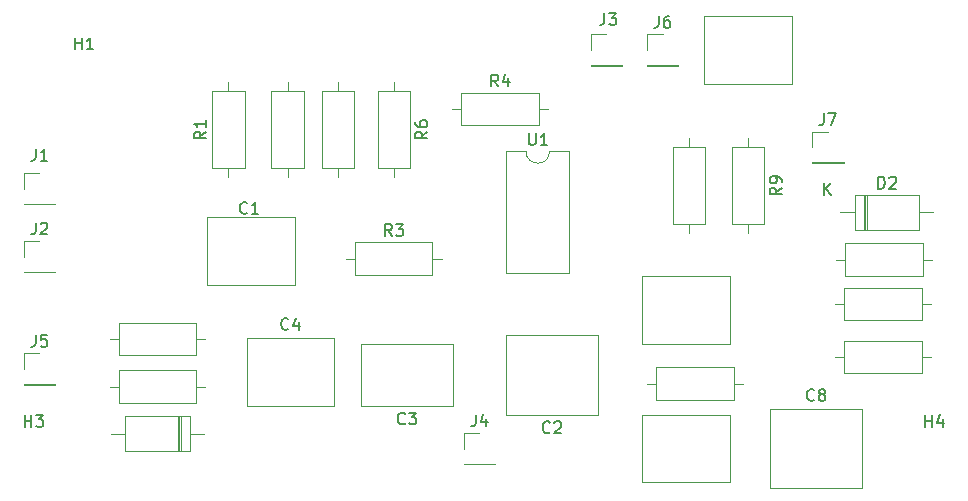
<source format=gbr>
%TF.GenerationSoftware,KiCad,Pcbnew,8.0.6*%
%TF.CreationDate,2025-02-10T12:59:46-08:00*%
%TF.ProjectId,LPF-v2,4c50462d-7632-42e6-9b69-6361645f7063,rev?*%
%TF.SameCoordinates,Original*%
%TF.FileFunction,Legend,Top*%
%TF.FilePolarity,Positive*%
%FSLAX46Y46*%
G04 Gerber Fmt 4.6, Leading zero omitted, Abs format (unit mm)*
G04 Created by KiCad (PCBNEW 8.0.6) date 2025-02-10 12:59:46*
%MOMM*%
%LPD*%
G01*
G04 APERTURE LIST*
%ADD10C,0.150000*%
%ADD11C,0.120000*%
G04 APERTURE END LIST*
D10*
X141583333Y-112359580D02*
X141535714Y-112407200D01*
X141535714Y-112407200D02*
X141392857Y-112454819D01*
X141392857Y-112454819D02*
X141297619Y-112454819D01*
X141297619Y-112454819D02*
X141154762Y-112407200D01*
X141154762Y-112407200D02*
X141059524Y-112311961D01*
X141059524Y-112311961D02*
X141011905Y-112216723D01*
X141011905Y-112216723D02*
X140964286Y-112026247D01*
X140964286Y-112026247D02*
X140964286Y-111883390D01*
X140964286Y-111883390D02*
X141011905Y-111692914D01*
X141011905Y-111692914D02*
X141059524Y-111597676D01*
X141059524Y-111597676D02*
X141154762Y-111502438D01*
X141154762Y-111502438D02*
X141297619Y-111454819D01*
X141297619Y-111454819D02*
X141392857Y-111454819D01*
X141392857Y-111454819D02*
X141535714Y-111502438D01*
X141535714Y-111502438D02*
X141583333Y-111550057D01*
X142154762Y-111883390D02*
X142059524Y-111835771D01*
X142059524Y-111835771D02*
X142011905Y-111788152D01*
X142011905Y-111788152D02*
X141964286Y-111692914D01*
X141964286Y-111692914D02*
X141964286Y-111645295D01*
X141964286Y-111645295D02*
X142011905Y-111550057D01*
X142011905Y-111550057D02*
X142059524Y-111502438D01*
X142059524Y-111502438D02*
X142154762Y-111454819D01*
X142154762Y-111454819D02*
X142345238Y-111454819D01*
X142345238Y-111454819D02*
X142440476Y-111502438D01*
X142440476Y-111502438D02*
X142488095Y-111550057D01*
X142488095Y-111550057D02*
X142535714Y-111645295D01*
X142535714Y-111645295D02*
X142535714Y-111692914D01*
X142535714Y-111692914D02*
X142488095Y-111788152D01*
X142488095Y-111788152D02*
X142440476Y-111835771D01*
X142440476Y-111835771D02*
X142345238Y-111883390D01*
X142345238Y-111883390D02*
X142154762Y-111883390D01*
X142154762Y-111883390D02*
X142059524Y-111931009D01*
X142059524Y-111931009D02*
X142011905Y-111978628D01*
X142011905Y-111978628D02*
X141964286Y-112073866D01*
X141964286Y-112073866D02*
X141964286Y-112264342D01*
X141964286Y-112264342D02*
X142011905Y-112359580D01*
X142011905Y-112359580D02*
X142059524Y-112407200D01*
X142059524Y-112407200D02*
X142154762Y-112454819D01*
X142154762Y-112454819D02*
X142345238Y-112454819D01*
X142345238Y-112454819D02*
X142440476Y-112407200D01*
X142440476Y-112407200D02*
X142488095Y-112359580D01*
X142488095Y-112359580D02*
X142535714Y-112264342D01*
X142535714Y-112264342D02*
X142535714Y-112073866D01*
X142535714Y-112073866D02*
X142488095Y-111978628D01*
X142488095Y-111978628D02*
X142440476Y-111931009D01*
X142440476Y-111931009D02*
X142345238Y-111883390D01*
X106963333Y-114359580D02*
X106915714Y-114407200D01*
X106915714Y-114407200D02*
X106772857Y-114454819D01*
X106772857Y-114454819D02*
X106677619Y-114454819D01*
X106677619Y-114454819D02*
X106534762Y-114407200D01*
X106534762Y-114407200D02*
X106439524Y-114311961D01*
X106439524Y-114311961D02*
X106391905Y-114216723D01*
X106391905Y-114216723D02*
X106344286Y-114026247D01*
X106344286Y-114026247D02*
X106344286Y-113883390D01*
X106344286Y-113883390D02*
X106391905Y-113692914D01*
X106391905Y-113692914D02*
X106439524Y-113597676D01*
X106439524Y-113597676D02*
X106534762Y-113502438D01*
X106534762Y-113502438D02*
X106677619Y-113454819D01*
X106677619Y-113454819D02*
X106772857Y-113454819D01*
X106772857Y-113454819D02*
X106915714Y-113502438D01*
X106915714Y-113502438D02*
X106963333Y-113550057D01*
X107296667Y-113454819D02*
X107915714Y-113454819D01*
X107915714Y-113454819D02*
X107582381Y-113835771D01*
X107582381Y-113835771D02*
X107725238Y-113835771D01*
X107725238Y-113835771D02*
X107820476Y-113883390D01*
X107820476Y-113883390D02*
X107868095Y-113931009D01*
X107868095Y-113931009D02*
X107915714Y-114026247D01*
X107915714Y-114026247D02*
X107915714Y-114264342D01*
X107915714Y-114264342D02*
X107868095Y-114359580D01*
X107868095Y-114359580D02*
X107820476Y-114407200D01*
X107820476Y-114407200D02*
X107725238Y-114454819D01*
X107725238Y-114454819D02*
X107439524Y-114454819D01*
X107439524Y-114454819D02*
X107344286Y-114407200D01*
X107344286Y-114407200D02*
X107296667Y-114359580D01*
X142416666Y-88124819D02*
X142416666Y-88839104D01*
X142416666Y-88839104D02*
X142369047Y-88981961D01*
X142369047Y-88981961D02*
X142273809Y-89077200D01*
X142273809Y-89077200D02*
X142130952Y-89124819D01*
X142130952Y-89124819D02*
X142035714Y-89124819D01*
X142797619Y-88124819D02*
X143464285Y-88124819D01*
X143464285Y-88124819D02*
X143035714Y-89124819D01*
X147011905Y-94484819D02*
X147011905Y-93484819D01*
X147011905Y-93484819D02*
X147250000Y-93484819D01*
X147250000Y-93484819D02*
X147392857Y-93532438D01*
X147392857Y-93532438D02*
X147488095Y-93627676D01*
X147488095Y-93627676D02*
X147535714Y-93722914D01*
X147535714Y-93722914D02*
X147583333Y-93913390D01*
X147583333Y-93913390D02*
X147583333Y-94056247D01*
X147583333Y-94056247D02*
X147535714Y-94246723D01*
X147535714Y-94246723D02*
X147488095Y-94341961D01*
X147488095Y-94341961D02*
X147392857Y-94437200D01*
X147392857Y-94437200D02*
X147250000Y-94484819D01*
X147250000Y-94484819D02*
X147011905Y-94484819D01*
X147964286Y-93580057D02*
X148011905Y-93532438D01*
X148011905Y-93532438D02*
X148107143Y-93484819D01*
X148107143Y-93484819D02*
X148345238Y-93484819D01*
X148345238Y-93484819D02*
X148440476Y-93532438D01*
X148440476Y-93532438D02*
X148488095Y-93580057D01*
X148488095Y-93580057D02*
X148535714Y-93675295D01*
X148535714Y-93675295D02*
X148535714Y-93770533D01*
X148535714Y-93770533D02*
X148488095Y-93913390D01*
X148488095Y-93913390D02*
X147916667Y-94484819D01*
X147916667Y-94484819D02*
X148535714Y-94484819D01*
X142408095Y-95054819D02*
X142408095Y-94054819D01*
X142979523Y-95054819D02*
X142550952Y-94483390D01*
X142979523Y-94054819D02*
X142408095Y-94626247D01*
X123836666Y-79624819D02*
X123836666Y-80339104D01*
X123836666Y-80339104D02*
X123789047Y-80481961D01*
X123789047Y-80481961D02*
X123693809Y-80577200D01*
X123693809Y-80577200D02*
X123550952Y-80624819D01*
X123550952Y-80624819D02*
X123455714Y-80624819D01*
X124217619Y-79624819D02*
X124836666Y-79624819D01*
X124836666Y-79624819D02*
X124503333Y-80005771D01*
X124503333Y-80005771D02*
X124646190Y-80005771D01*
X124646190Y-80005771D02*
X124741428Y-80053390D01*
X124741428Y-80053390D02*
X124789047Y-80101009D01*
X124789047Y-80101009D02*
X124836666Y-80196247D01*
X124836666Y-80196247D02*
X124836666Y-80434342D01*
X124836666Y-80434342D02*
X124789047Y-80529580D01*
X124789047Y-80529580D02*
X124741428Y-80577200D01*
X124741428Y-80577200D02*
X124646190Y-80624819D01*
X124646190Y-80624819D02*
X124360476Y-80624819D01*
X124360476Y-80624819D02*
X124265238Y-80577200D01*
X124265238Y-80577200D02*
X124217619Y-80529580D01*
X93583333Y-96529580D02*
X93535714Y-96577200D01*
X93535714Y-96577200D02*
X93392857Y-96624819D01*
X93392857Y-96624819D02*
X93297619Y-96624819D01*
X93297619Y-96624819D02*
X93154762Y-96577200D01*
X93154762Y-96577200D02*
X93059524Y-96481961D01*
X93059524Y-96481961D02*
X93011905Y-96386723D01*
X93011905Y-96386723D02*
X92964286Y-96196247D01*
X92964286Y-96196247D02*
X92964286Y-96053390D01*
X92964286Y-96053390D02*
X93011905Y-95862914D01*
X93011905Y-95862914D02*
X93059524Y-95767676D01*
X93059524Y-95767676D02*
X93154762Y-95672438D01*
X93154762Y-95672438D02*
X93297619Y-95624819D01*
X93297619Y-95624819D02*
X93392857Y-95624819D01*
X93392857Y-95624819D02*
X93535714Y-95672438D01*
X93535714Y-95672438D02*
X93583333Y-95720057D01*
X94535714Y-96624819D02*
X93964286Y-96624819D01*
X94250000Y-96624819D02*
X94250000Y-95624819D01*
X94250000Y-95624819D02*
X94154762Y-95767676D01*
X94154762Y-95767676D02*
X94059524Y-95862914D01*
X94059524Y-95862914D02*
X93964286Y-95910533D01*
X78988095Y-82704819D02*
X78988095Y-81704819D01*
X78988095Y-82181009D02*
X79559523Y-82181009D01*
X79559523Y-82704819D02*
X79559523Y-81704819D01*
X80559523Y-82704819D02*
X79988095Y-82704819D01*
X80273809Y-82704819D02*
X80273809Y-81704819D01*
X80273809Y-81704819D02*
X80178571Y-81847676D01*
X80178571Y-81847676D02*
X80083333Y-81942914D01*
X80083333Y-81942914D02*
X79988095Y-81990533D01*
X90084819Y-89666666D02*
X89608628Y-89999999D01*
X90084819Y-90238094D02*
X89084819Y-90238094D01*
X89084819Y-90238094D02*
X89084819Y-89857142D01*
X89084819Y-89857142D02*
X89132438Y-89761904D01*
X89132438Y-89761904D02*
X89180057Y-89714285D01*
X89180057Y-89714285D02*
X89275295Y-89666666D01*
X89275295Y-89666666D02*
X89418152Y-89666666D01*
X89418152Y-89666666D02*
X89513390Y-89714285D01*
X89513390Y-89714285D02*
X89561009Y-89761904D01*
X89561009Y-89761904D02*
X89608628Y-89857142D01*
X89608628Y-89857142D02*
X89608628Y-90238094D01*
X90084819Y-88714285D02*
X90084819Y-89285713D01*
X90084819Y-88999999D02*
X89084819Y-88999999D01*
X89084819Y-88999999D02*
X89227676Y-89095237D01*
X89227676Y-89095237D02*
X89322914Y-89190475D01*
X89322914Y-89190475D02*
X89370533Y-89285713D01*
X108824819Y-89666666D02*
X108348628Y-89999999D01*
X108824819Y-90238094D02*
X107824819Y-90238094D01*
X107824819Y-90238094D02*
X107824819Y-89857142D01*
X107824819Y-89857142D02*
X107872438Y-89761904D01*
X107872438Y-89761904D02*
X107920057Y-89714285D01*
X107920057Y-89714285D02*
X108015295Y-89666666D01*
X108015295Y-89666666D02*
X108158152Y-89666666D01*
X108158152Y-89666666D02*
X108253390Y-89714285D01*
X108253390Y-89714285D02*
X108301009Y-89761904D01*
X108301009Y-89761904D02*
X108348628Y-89857142D01*
X108348628Y-89857142D02*
X108348628Y-90238094D01*
X107824819Y-88809523D02*
X107824819Y-88999999D01*
X107824819Y-88999999D02*
X107872438Y-89095237D01*
X107872438Y-89095237D02*
X107920057Y-89142856D01*
X107920057Y-89142856D02*
X108062914Y-89238094D01*
X108062914Y-89238094D02*
X108253390Y-89285713D01*
X108253390Y-89285713D02*
X108634342Y-89285713D01*
X108634342Y-89285713D02*
X108729580Y-89238094D01*
X108729580Y-89238094D02*
X108777200Y-89190475D01*
X108777200Y-89190475D02*
X108824819Y-89095237D01*
X108824819Y-89095237D02*
X108824819Y-88904761D01*
X108824819Y-88904761D02*
X108777200Y-88809523D01*
X108777200Y-88809523D02*
X108729580Y-88761904D01*
X108729580Y-88761904D02*
X108634342Y-88714285D01*
X108634342Y-88714285D02*
X108396247Y-88714285D01*
X108396247Y-88714285D02*
X108301009Y-88761904D01*
X108301009Y-88761904D02*
X108253390Y-88809523D01*
X108253390Y-88809523D02*
X108205771Y-88904761D01*
X108205771Y-88904761D02*
X108205771Y-89095237D01*
X108205771Y-89095237D02*
X108253390Y-89190475D01*
X108253390Y-89190475D02*
X108301009Y-89238094D01*
X108301009Y-89238094D02*
X108396247Y-89285713D01*
X74738095Y-114654819D02*
X74738095Y-113654819D01*
X74738095Y-114131009D02*
X75309523Y-114131009D01*
X75309523Y-114654819D02*
X75309523Y-113654819D01*
X75690476Y-113654819D02*
X76309523Y-113654819D01*
X76309523Y-113654819D02*
X75976190Y-114035771D01*
X75976190Y-114035771D02*
X76119047Y-114035771D01*
X76119047Y-114035771D02*
X76214285Y-114083390D01*
X76214285Y-114083390D02*
X76261904Y-114131009D01*
X76261904Y-114131009D02*
X76309523Y-114226247D01*
X76309523Y-114226247D02*
X76309523Y-114464342D01*
X76309523Y-114464342D02*
X76261904Y-114559580D01*
X76261904Y-114559580D02*
X76214285Y-114607200D01*
X76214285Y-114607200D02*
X76119047Y-114654819D01*
X76119047Y-114654819D02*
X75833333Y-114654819D01*
X75833333Y-114654819D02*
X75738095Y-114607200D01*
X75738095Y-114607200D02*
X75690476Y-114559580D01*
X105833333Y-98504819D02*
X105500000Y-98028628D01*
X105261905Y-98504819D02*
X105261905Y-97504819D01*
X105261905Y-97504819D02*
X105642857Y-97504819D01*
X105642857Y-97504819D02*
X105738095Y-97552438D01*
X105738095Y-97552438D02*
X105785714Y-97600057D01*
X105785714Y-97600057D02*
X105833333Y-97695295D01*
X105833333Y-97695295D02*
X105833333Y-97838152D01*
X105833333Y-97838152D02*
X105785714Y-97933390D01*
X105785714Y-97933390D02*
X105738095Y-97981009D01*
X105738095Y-97981009D02*
X105642857Y-98028628D01*
X105642857Y-98028628D02*
X105261905Y-98028628D01*
X106166667Y-97504819D02*
X106785714Y-97504819D01*
X106785714Y-97504819D02*
X106452381Y-97885771D01*
X106452381Y-97885771D02*
X106595238Y-97885771D01*
X106595238Y-97885771D02*
X106690476Y-97933390D01*
X106690476Y-97933390D02*
X106738095Y-97981009D01*
X106738095Y-97981009D02*
X106785714Y-98076247D01*
X106785714Y-98076247D02*
X106785714Y-98314342D01*
X106785714Y-98314342D02*
X106738095Y-98409580D01*
X106738095Y-98409580D02*
X106690476Y-98457200D01*
X106690476Y-98457200D02*
X106595238Y-98504819D01*
X106595238Y-98504819D02*
X106309524Y-98504819D01*
X106309524Y-98504819D02*
X106214286Y-98457200D01*
X106214286Y-98457200D02*
X106166667Y-98409580D01*
X75666666Y-91124819D02*
X75666666Y-91839104D01*
X75666666Y-91839104D02*
X75619047Y-91981961D01*
X75619047Y-91981961D02*
X75523809Y-92077200D01*
X75523809Y-92077200D02*
X75380952Y-92124819D01*
X75380952Y-92124819D02*
X75285714Y-92124819D01*
X76666666Y-92124819D02*
X76095238Y-92124819D01*
X76380952Y-92124819D02*
X76380952Y-91124819D01*
X76380952Y-91124819D02*
X76285714Y-91267676D01*
X76285714Y-91267676D02*
X76190476Y-91362914D01*
X76190476Y-91362914D02*
X76095238Y-91410533D01*
X117428095Y-89794819D02*
X117428095Y-90604342D01*
X117428095Y-90604342D02*
X117475714Y-90699580D01*
X117475714Y-90699580D02*
X117523333Y-90747200D01*
X117523333Y-90747200D02*
X117618571Y-90794819D01*
X117618571Y-90794819D02*
X117809047Y-90794819D01*
X117809047Y-90794819D02*
X117904285Y-90747200D01*
X117904285Y-90747200D02*
X117951904Y-90699580D01*
X117951904Y-90699580D02*
X117999523Y-90604342D01*
X117999523Y-90604342D02*
X117999523Y-89794819D01*
X118999523Y-90794819D02*
X118428095Y-90794819D01*
X118713809Y-90794819D02*
X118713809Y-89794819D01*
X118713809Y-89794819D02*
X118618571Y-89937676D01*
X118618571Y-89937676D02*
X118523333Y-90032914D01*
X118523333Y-90032914D02*
X118428095Y-90080533D01*
X128416666Y-79874819D02*
X128416666Y-80589104D01*
X128416666Y-80589104D02*
X128369047Y-80731961D01*
X128369047Y-80731961D02*
X128273809Y-80827200D01*
X128273809Y-80827200D02*
X128130952Y-80874819D01*
X128130952Y-80874819D02*
X128035714Y-80874819D01*
X129321428Y-79874819D02*
X129130952Y-79874819D01*
X129130952Y-79874819D02*
X129035714Y-79922438D01*
X129035714Y-79922438D02*
X128988095Y-79970057D01*
X128988095Y-79970057D02*
X128892857Y-80112914D01*
X128892857Y-80112914D02*
X128845238Y-80303390D01*
X128845238Y-80303390D02*
X128845238Y-80684342D01*
X128845238Y-80684342D02*
X128892857Y-80779580D01*
X128892857Y-80779580D02*
X128940476Y-80827200D01*
X128940476Y-80827200D02*
X129035714Y-80874819D01*
X129035714Y-80874819D02*
X129226190Y-80874819D01*
X129226190Y-80874819D02*
X129321428Y-80827200D01*
X129321428Y-80827200D02*
X129369047Y-80779580D01*
X129369047Y-80779580D02*
X129416666Y-80684342D01*
X129416666Y-80684342D02*
X129416666Y-80446247D01*
X129416666Y-80446247D02*
X129369047Y-80351009D01*
X129369047Y-80351009D02*
X129321428Y-80303390D01*
X129321428Y-80303390D02*
X129226190Y-80255771D01*
X129226190Y-80255771D02*
X129035714Y-80255771D01*
X129035714Y-80255771D02*
X128940476Y-80303390D01*
X128940476Y-80303390D02*
X128892857Y-80351009D01*
X128892857Y-80351009D02*
X128845238Y-80446247D01*
X114833333Y-85834819D02*
X114500000Y-85358628D01*
X114261905Y-85834819D02*
X114261905Y-84834819D01*
X114261905Y-84834819D02*
X114642857Y-84834819D01*
X114642857Y-84834819D02*
X114738095Y-84882438D01*
X114738095Y-84882438D02*
X114785714Y-84930057D01*
X114785714Y-84930057D02*
X114833333Y-85025295D01*
X114833333Y-85025295D02*
X114833333Y-85168152D01*
X114833333Y-85168152D02*
X114785714Y-85263390D01*
X114785714Y-85263390D02*
X114738095Y-85311009D01*
X114738095Y-85311009D02*
X114642857Y-85358628D01*
X114642857Y-85358628D02*
X114261905Y-85358628D01*
X115690476Y-85168152D02*
X115690476Y-85834819D01*
X115452381Y-84787200D02*
X115214286Y-85501485D01*
X115214286Y-85501485D02*
X115833333Y-85501485D01*
X138824819Y-94416666D02*
X138348628Y-94749999D01*
X138824819Y-94988094D02*
X137824819Y-94988094D01*
X137824819Y-94988094D02*
X137824819Y-94607142D01*
X137824819Y-94607142D02*
X137872438Y-94511904D01*
X137872438Y-94511904D02*
X137920057Y-94464285D01*
X137920057Y-94464285D02*
X138015295Y-94416666D01*
X138015295Y-94416666D02*
X138158152Y-94416666D01*
X138158152Y-94416666D02*
X138253390Y-94464285D01*
X138253390Y-94464285D02*
X138301009Y-94511904D01*
X138301009Y-94511904D02*
X138348628Y-94607142D01*
X138348628Y-94607142D02*
X138348628Y-94988094D01*
X138824819Y-93940475D02*
X138824819Y-93749999D01*
X138824819Y-93749999D02*
X138777200Y-93654761D01*
X138777200Y-93654761D02*
X138729580Y-93607142D01*
X138729580Y-93607142D02*
X138586723Y-93511904D01*
X138586723Y-93511904D02*
X138396247Y-93464285D01*
X138396247Y-93464285D02*
X138015295Y-93464285D01*
X138015295Y-93464285D02*
X137920057Y-93511904D01*
X137920057Y-93511904D02*
X137872438Y-93559523D01*
X137872438Y-93559523D02*
X137824819Y-93654761D01*
X137824819Y-93654761D02*
X137824819Y-93845237D01*
X137824819Y-93845237D02*
X137872438Y-93940475D01*
X137872438Y-93940475D02*
X137920057Y-93988094D01*
X137920057Y-93988094D02*
X138015295Y-94035713D01*
X138015295Y-94035713D02*
X138253390Y-94035713D01*
X138253390Y-94035713D02*
X138348628Y-93988094D01*
X138348628Y-93988094D02*
X138396247Y-93940475D01*
X138396247Y-93940475D02*
X138443866Y-93845237D01*
X138443866Y-93845237D02*
X138443866Y-93654761D01*
X138443866Y-93654761D02*
X138396247Y-93559523D01*
X138396247Y-93559523D02*
X138348628Y-93511904D01*
X138348628Y-93511904D02*
X138253390Y-93464285D01*
X75666666Y-97374819D02*
X75666666Y-98089104D01*
X75666666Y-98089104D02*
X75619047Y-98231961D01*
X75619047Y-98231961D02*
X75523809Y-98327200D01*
X75523809Y-98327200D02*
X75380952Y-98374819D01*
X75380952Y-98374819D02*
X75285714Y-98374819D01*
X76095238Y-97470057D02*
X76142857Y-97422438D01*
X76142857Y-97422438D02*
X76238095Y-97374819D01*
X76238095Y-97374819D02*
X76476190Y-97374819D01*
X76476190Y-97374819D02*
X76571428Y-97422438D01*
X76571428Y-97422438D02*
X76619047Y-97470057D01*
X76619047Y-97470057D02*
X76666666Y-97565295D01*
X76666666Y-97565295D02*
X76666666Y-97660533D01*
X76666666Y-97660533D02*
X76619047Y-97803390D01*
X76619047Y-97803390D02*
X76047619Y-98374819D01*
X76047619Y-98374819D02*
X76666666Y-98374819D01*
X97083333Y-106359580D02*
X97035714Y-106407200D01*
X97035714Y-106407200D02*
X96892857Y-106454819D01*
X96892857Y-106454819D02*
X96797619Y-106454819D01*
X96797619Y-106454819D02*
X96654762Y-106407200D01*
X96654762Y-106407200D02*
X96559524Y-106311961D01*
X96559524Y-106311961D02*
X96511905Y-106216723D01*
X96511905Y-106216723D02*
X96464286Y-106026247D01*
X96464286Y-106026247D02*
X96464286Y-105883390D01*
X96464286Y-105883390D02*
X96511905Y-105692914D01*
X96511905Y-105692914D02*
X96559524Y-105597676D01*
X96559524Y-105597676D02*
X96654762Y-105502438D01*
X96654762Y-105502438D02*
X96797619Y-105454819D01*
X96797619Y-105454819D02*
X96892857Y-105454819D01*
X96892857Y-105454819D02*
X97035714Y-105502438D01*
X97035714Y-105502438D02*
X97083333Y-105550057D01*
X97940476Y-105788152D02*
X97940476Y-106454819D01*
X97702381Y-105407200D02*
X97464286Y-106121485D01*
X97464286Y-106121485D02*
X98083333Y-106121485D01*
X119213333Y-115109580D02*
X119165714Y-115157200D01*
X119165714Y-115157200D02*
X119022857Y-115204819D01*
X119022857Y-115204819D02*
X118927619Y-115204819D01*
X118927619Y-115204819D02*
X118784762Y-115157200D01*
X118784762Y-115157200D02*
X118689524Y-115061961D01*
X118689524Y-115061961D02*
X118641905Y-114966723D01*
X118641905Y-114966723D02*
X118594286Y-114776247D01*
X118594286Y-114776247D02*
X118594286Y-114633390D01*
X118594286Y-114633390D02*
X118641905Y-114442914D01*
X118641905Y-114442914D02*
X118689524Y-114347676D01*
X118689524Y-114347676D02*
X118784762Y-114252438D01*
X118784762Y-114252438D02*
X118927619Y-114204819D01*
X118927619Y-114204819D02*
X119022857Y-114204819D01*
X119022857Y-114204819D02*
X119165714Y-114252438D01*
X119165714Y-114252438D02*
X119213333Y-114300057D01*
X119594286Y-114300057D02*
X119641905Y-114252438D01*
X119641905Y-114252438D02*
X119737143Y-114204819D01*
X119737143Y-114204819D02*
X119975238Y-114204819D01*
X119975238Y-114204819D02*
X120070476Y-114252438D01*
X120070476Y-114252438D02*
X120118095Y-114300057D01*
X120118095Y-114300057D02*
X120165714Y-114395295D01*
X120165714Y-114395295D02*
X120165714Y-114490533D01*
X120165714Y-114490533D02*
X120118095Y-114633390D01*
X120118095Y-114633390D02*
X119546667Y-115204819D01*
X119546667Y-115204819D02*
X120165714Y-115204819D01*
X75666666Y-106874819D02*
X75666666Y-107589104D01*
X75666666Y-107589104D02*
X75619047Y-107731961D01*
X75619047Y-107731961D02*
X75523809Y-107827200D01*
X75523809Y-107827200D02*
X75380952Y-107874819D01*
X75380952Y-107874819D02*
X75285714Y-107874819D01*
X76619047Y-106874819D02*
X76142857Y-106874819D01*
X76142857Y-106874819D02*
X76095238Y-107351009D01*
X76095238Y-107351009D02*
X76142857Y-107303390D01*
X76142857Y-107303390D02*
X76238095Y-107255771D01*
X76238095Y-107255771D02*
X76476190Y-107255771D01*
X76476190Y-107255771D02*
X76571428Y-107303390D01*
X76571428Y-107303390D02*
X76619047Y-107351009D01*
X76619047Y-107351009D02*
X76666666Y-107446247D01*
X76666666Y-107446247D02*
X76666666Y-107684342D01*
X76666666Y-107684342D02*
X76619047Y-107779580D01*
X76619047Y-107779580D02*
X76571428Y-107827200D01*
X76571428Y-107827200D02*
X76476190Y-107874819D01*
X76476190Y-107874819D02*
X76238095Y-107874819D01*
X76238095Y-107874819D02*
X76142857Y-107827200D01*
X76142857Y-107827200D02*
X76095238Y-107779580D01*
X150988095Y-114654819D02*
X150988095Y-113654819D01*
X150988095Y-114131009D02*
X151559523Y-114131009D01*
X151559523Y-114654819D02*
X151559523Y-113654819D01*
X152464285Y-113988152D02*
X152464285Y-114654819D01*
X152226190Y-113607200D02*
X151988095Y-114321485D01*
X151988095Y-114321485D02*
X152607142Y-114321485D01*
X112916666Y-113624819D02*
X112916666Y-114339104D01*
X112916666Y-114339104D02*
X112869047Y-114481961D01*
X112869047Y-114481961D02*
X112773809Y-114577200D01*
X112773809Y-114577200D02*
X112630952Y-114624819D01*
X112630952Y-114624819D02*
X112535714Y-114624819D01*
X113821428Y-113958152D02*
X113821428Y-114624819D01*
X113583333Y-113577200D02*
X113345238Y-114291485D01*
X113345238Y-114291485D02*
X113964285Y-114291485D01*
D11*
%TO.C,C8*%
X137880000Y-113130000D02*
X137880000Y-119870000D01*
X137880000Y-113130000D02*
X145620000Y-113130000D01*
X137880000Y-119870000D02*
X145620000Y-119870000D01*
X145620000Y-113130000D02*
X145620000Y-119870000D01*
%TO.C,C3*%
X111000000Y-112870000D02*
X111000000Y-107630000D01*
X111000000Y-112870000D02*
X103260000Y-112870000D01*
X111000000Y-107630000D02*
X103260000Y-107630000D01*
X103260000Y-112870000D02*
X103260000Y-107630000D01*
%TO.C,J7*%
X141420000Y-89670000D02*
X142750000Y-89670000D01*
X141420000Y-91000000D02*
X141420000Y-89670000D01*
X141420000Y-92270000D02*
X141420000Y-92330000D01*
X141420000Y-92270000D02*
X144080000Y-92270000D01*
X141420000Y-92330000D02*
X144080000Y-92330000D01*
X144080000Y-92270000D02*
X144080000Y-92330000D01*
%TO.C,D2*%
X143810000Y-96500000D02*
X145030000Y-96500000D01*
X145030000Y-95030000D02*
X145030000Y-97970000D01*
X145030000Y-97970000D02*
X150470000Y-97970000D01*
X145810000Y-95030000D02*
X145810000Y-97970000D01*
X145930000Y-95030000D02*
X145930000Y-97970000D01*
X146050000Y-95030000D02*
X146050000Y-97970000D01*
X150470000Y-95030000D02*
X145030000Y-95030000D01*
X150470000Y-97970000D02*
X150470000Y-95030000D01*
X151690000Y-96500000D02*
X150470000Y-96500000D01*
%TO.C,R14*%
X143460000Y-100500000D02*
X144230000Y-100500000D01*
X144230000Y-99130000D02*
X144230000Y-101870000D01*
X144230000Y-101870000D02*
X150770000Y-101870000D01*
X150770000Y-99130000D02*
X144230000Y-99130000D01*
X150770000Y-101870000D02*
X150770000Y-99130000D01*
X151540000Y-100500000D02*
X150770000Y-100500000D01*
%TO.C,R5*%
X99880000Y-86230000D02*
X99880000Y-92770000D01*
X99880000Y-92770000D02*
X102620000Y-92770000D01*
X101250000Y-85460000D02*
X101250000Y-86230000D01*
X101250000Y-93540000D02*
X101250000Y-92770000D01*
X102620000Y-86230000D02*
X99880000Y-86230000D01*
X102620000Y-92770000D02*
X102620000Y-86230000D01*
%TO.C,R7*%
X81960000Y-107250000D02*
X82730000Y-107250000D01*
X82730000Y-105880000D02*
X82730000Y-108620000D01*
X82730000Y-108620000D02*
X89270000Y-108620000D01*
X89270000Y-105880000D02*
X82730000Y-105880000D01*
X89270000Y-108620000D02*
X89270000Y-105880000D01*
X90040000Y-107250000D02*
X89270000Y-107250000D01*
%TO.C,R13*%
X143380000Y-104250000D02*
X144150000Y-104250000D01*
X144150000Y-102880000D02*
X144150000Y-105620000D01*
X144150000Y-105620000D02*
X150690000Y-105620000D01*
X150690000Y-102880000D02*
X144150000Y-102880000D01*
X150690000Y-105620000D02*
X150690000Y-102880000D01*
X151460000Y-104250000D02*
X150690000Y-104250000D01*
%TO.C,R12*%
X143380000Y-108750000D02*
X144150000Y-108750000D01*
X144150000Y-107380000D02*
X144150000Y-110120000D01*
X144150000Y-110120000D02*
X150690000Y-110120000D01*
X150690000Y-107380000D02*
X144150000Y-107380000D01*
X150690000Y-110120000D02*
X150690000Y-107380000D01*
X151460000Y-108750000D02*
X150690000Y-108750000D01*
%TO.C,R8*%
X81960000Y-111250000D02*
X82730000Y-111250000D01*
X82730000Y-109880000D02*
X82730000Y-112620000D01*
X82730000Y-112620000D02*
X89270000Y-112620000D01*
X89270000Y-109880000D02*
X82730000Y-109880000D01*
X89270000Y-112620000D02*
X89270000Y-109880000D01*
X90040000Y-111250000D02*
X89270000Y-111250000D01*
%TO.C,J3*%
X122670000Y-81420000D02*
X124000000Y-81420000D01*
X122670000Y-82750000D02*
X122670000Y-81420000D01*
X122670000Y-84020000D02*
X122670000Y-84080000D01*
X122670000Y-84020000D02*
X125330000Y-84020000D01*
X122670000Y-84080000D02*
X125330000Y-84080000D01*
X125330000Y-84020000D02*
X125330000Y-84080000D01*
%TO.C,C1*%
X90160000Y-96880000D02*
X90160000Y-102620000D01*
X90160000Y-96880000D02*
X97600000Y-96880000D01*
X90160000Y-102620000D02*
X97600000Y-102620000D01*
X97600000Y-96880000D02*
X97600000Y-102620000D01*
%TO.C,C6*%
X127030000Y-113630000D02*
X127030000Y-119370000D01*
X127030000Y-113630000D02*
X134470000Y-113630000D01*
X127030000Y-119370000D02*
X134470000Y-119370000D01*
X134470000Y-113630000D02*
X134470000Y-119370000D01*
%TO.C,R1*%
X90630000Y-86230000D02*
X90630000Y-92770000D01*
X90630000Y-92770000D02*
X93370000Y-92770000D01*
X92000000Y-85460000D02*
X92000000Y-86230000D01*
X92000000Y-93540000D02*
X92000000Y-92770000D01*
X93370000Y-86230000D02*
X90630000Y-86230000D01*
X93370000Y-92770000D02*
X93370000Y-86230000D01*
%TO.C,R6*%
X104630000Y-86230000D02*
X104630000Y-92770000D01*
X104630000Y-92770000D02*
X107370000Y-92770000D01*
X106000000Y-85460000D02*
X106000000Y-86230000D01*
X106000000Y-93540000D02*
X106000000Y-92770000D01*
X107370000Y-86230000D02*
X104630000Y-86230000D01*
X107370000Y-92770000D02*
X107370000Y-86230000D01*
%TO.C,R10*%
X129630000Y-90980000D02*
X129630000Y-97520000D01*
X129630000Y-97520000D02*
X132370000Y-97520000D01*
X131000000Y-90210000D02*
X131000000Y-90980000D01*
X131000000Y-98290000D02*
X131000000Y-97520000D01*
X132370000Y-90980000D02*
X129630000Y-90980000D01*
X132370000Y-97520000D02*
X132370000Y-90980000D01*
%TO.C,R3*%
X101960000Y-100420000D02*
X102730000Y-100420000D01*
X102730000Y-99050000D02*
X102730000Y-101790000D01*
X102730000Y-101790000D02*
X109270000Y-101790000D01*
X109270000Y-99050000D02*
X102730000Y-99050000D01*
X109270000Y-101790000D02*
X109270000Y-99050000D01*
X110040000Y-100420000D02*
X109270000Y-100420000D01*
%TO.C,J1*%
X74670000Y-93170000D02*
X76000000Y-93170000D01*
X74670000Y-94500000D02*
X74670000Y-93170000D01*
X74670000Y-95770000D02*
X74670000Y-95830000D01*
X74670000Y-95770000D02*
X77330000Y-95770000D01*
X74670000Y-95830000D02*
X77330000Y-95830000D01*
X77330000Y-95770000D02*
X77330000Y-95830000D01*
%TO.C,U1*%
X115540000Y-91340000D02*
X115540000Y-101620000D01*
X115540000Y-101620000D02*
X120840000Y-101620000D01*
X117190000Y-91340000D02*
X115540000Y-91340000D01*
X120840000Y-91340000D02*
X119190000Y-91340000D01*
X120840000Y-101620000D02*
X120840000Y-91340000D01*
X119190000Y-91340000D02*
G75*
G02*
X117190000Y-91340000I-1000000J0D01*
G01*
%TO.C,J6*%
X127420000Y-81420000D02*
X128750000Y-81420000D01*
X127420000Y-82750000D02*
X127420000Y-81420000D01*
X127420000Y-84020000D02*
X127420000Y-84080000D01*
X127420000Y-84020000D02*
X130080000Y-84020000D01*
X127420000Y-84080000D02*
X130080000Y-84080000D01*
X130080000Y-84020000D02*
X130080000Y-84080000D01*
%TO.C,R4*%
X110960000Y-87750000D02*
X111730000Y-87750000D01*
X111730000Y-86380000D02*
X111730000Y-89120000D01*
X111730000Y-89120000D02*
X118270000Y-89120000D01*
X118270000Y-86380000D02*
X111730000Y-86380000D01*
X118270000Y-89120000D02*
X118270000Y-86380000D01*
X119040000Y-87750000D02*
X118270000Y-87750000D01*
%TO.C,R9*%
X134630000Y-90980000D02*
X134630000Y-97520000D01*
X134630000Y-97520000D02*
X137370000Y-97520000D01*
X136000000Y-90210000D02*
X136000000Y-90980000D01*
X136000000Y-98290000D02*
X136000000Y-97520000D01*
X137370000Y-90980000D02*
X134630000Y-90980000D01*
X137370000Y-97520000D02*
X137370000Y-90980000D01*
%TO.C,J2*%
X74670000Y-98920000D02*
X76000000Y-98920000D01*
X74670000Y-100250000D02*
X74670000Y-98920000D01*
X74670000Y-101520000D02*
X74670000Y-101580000D01*
X74670000Y-101520000D02*
X77330000Y-101520000D01*
X74670000Y-101580000D02*
X77330000Y-101580000D01*
X77330000Y-101520000D02*
X77330000Y-101580000D01*
%TO.C,C4*%
X93530000Y-107130000D02*
X93530000Y-112870000D01*
X93530000Y-107130000D02*
X100970000Y-107130000D01*
X93530000Y-112870000D02*
X100970000Y-112870000D01*
X100970000Y-107130000D02*
X100970000Y-112870000D01*
%TO.C,C2*%
X115510000Y-113620000D02*
X115510000Y-106880000D01*
X123250000Y-106880000D02*
X115510000Y-106880000D01*
X123250000Y-113620000D02*
X115510000Y-113620000D01*
X123250000Y-113620000D02*
X123250000Y-106880000D01*
%TO.C,C7*%
X127030000Y-101880000D02*
X127030000Y-107620000D01*
X127030000Y-101880000D02*
X134470000Y-101880000D01*
X127030000Y-107620000D02*
X134470000Y-107620000D01*
X134470000Y-101880000D02*
X134470000Y-107620000D01*
%TO.C,J5*%
X74670000Y-108420000D02*
X76000000Y-108420000D01*
X74670000Y-109750000D02*
X74670000Y-108420000D01*
X74670000Y-111020000D02*
X74670000Y-111080000D01*
X74670000Y-111020000D02*
X77330000Y-111020000D01*
X74670000Y-111080000D02*
X77330000Y-111080000D01*
X77330000Y-111020000D02*
X77330000Y-111080000D01*
%TO.C,R11*%
X127460000Y-111000000D02*
X128230000Y-111000000D01*
X128230000Y-109630000D02*
X128230000Y-112370000D01*
X128230000Y-112370000D02*
X134770000Y-112370000D01*
X134770000Y-109630000D02*
X128230000Y-109630000D01*
X134770000Y-112370000D02*
X134770000Y-109630000D01*
X135540000Y-111000000D02*
X134770000Y-111000000D01*
%TO.C,C5*%
X132280000Y-79880000D02*
X132280000Y-85620000D01*
X132280000Y-79880000D02*
X139720000Y-79880000D01*
X132280000Y-85620000D02*
X139720000Y-85620000D01*
X139720000Y-79880000D02*
X139720000Y-85620000D01*
%TO.C,D1*%
X82060000Y-115250000D02*
X83280000Y-115250000D01*
X83280000Y-113780000D02*
X83280000Y-116720000D01*
X83280000Y-116720000D02*
X88720000Y-116720000D01*
X87700000Y-116720000D02*
X87700000Y-113780000D01*
X87820000Y-116720000D02*
X87820000Y-113780000D01*
X87940000Y-116720000D02*
X87940000Y-113780000D01*
X88720000Y-113780000D02*
X83280000Y-113780000D01*
X88720000Y-116720000D02*
X88720000Y-113780000D01*
X89940000Y-115250000D02*
X88720000Y-115250000D01*
%TO.C,R2*%
X95630000Y-86230000D02*
X95630000Y-92770000D01*
X95630000Y-92770000D02*
X98370000Y-92770000D01*
X97000000Y-85460000D02*
X97000000Y-86230000D01*
X97000000Y-93540000D02*
X97000000Y-92770000D01*
X98370000Y-86230000D02*
X95630000Y-86230000D01*
X98370000Y-92770000D02*
X98370000Y-86230000D01*
%TO.C,J4*%
X111920000Y-115170000D02*
X113250000Y-115170000D01*
X111920000Y-116500000D02*
X111920000Y-115170000D01*
X111920000Y-117770000D02*
X111920000Y-117830000D01*
X111920000Y-117770000D02*
X114580000Y-117770000D01*
X111920000Y-117830000D02*
X114580000Y-117830000D01*
X114580000Y-117770000D02*
X114580000Y-117830000D01*
%TD*%
M02*

</source>
